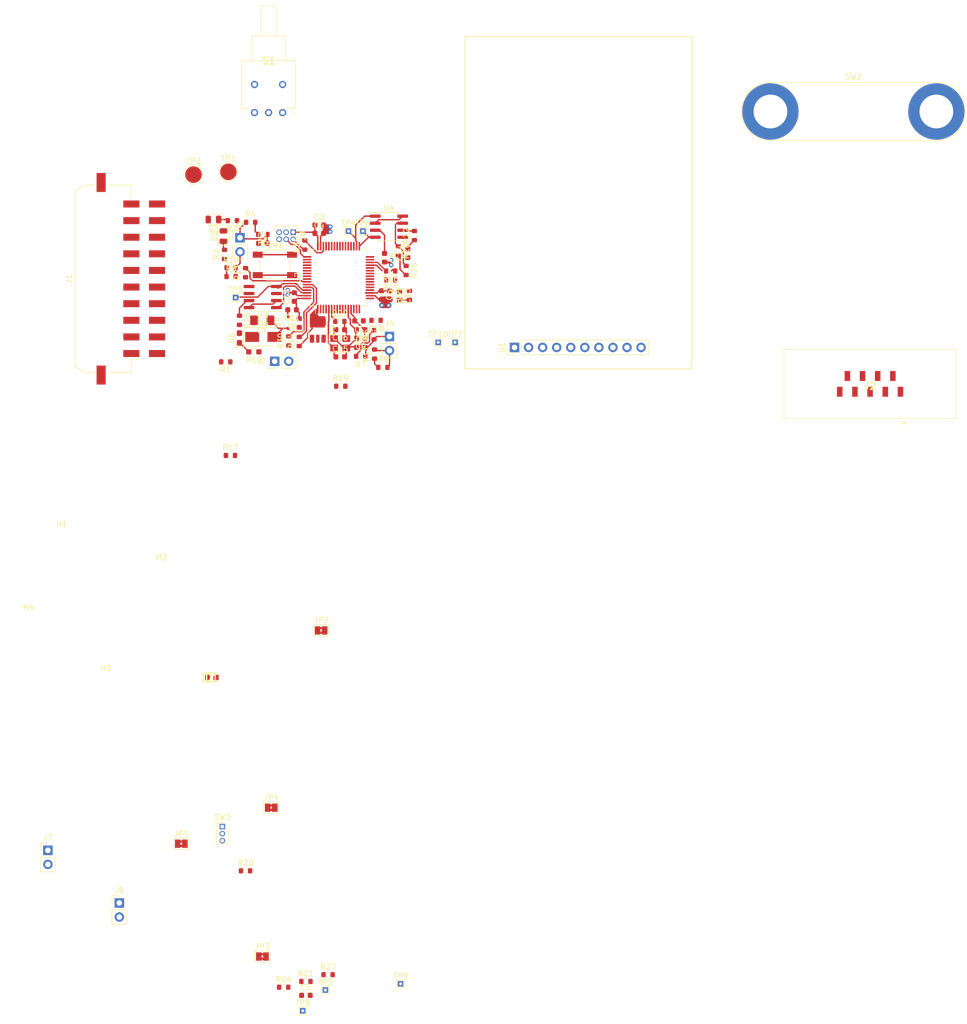
<source format=kicad_pcb>
(kicad_pcb (version 20211014) (generator pcbnew)
  (layers (0 "F.Cu" signal) (31 "B.Cu" signal) (34 "B.Paste" user) (35 "F.Paste" user) (36 "B.SilkS" user "B.Silkscreen") (37 "F.SilkS" user "F.Silkscreen") (38 "B.Mask" user) (39 "F.Mask" user) (44 "Edge.Cuts" user))
  (net 0 "")
  (net 1 "CAN_Shield")
  (net 2 "Net-(C1-Pad2)")
  (net 3 "Net-(C2-Pad2)")
  (net 4 "+3V3")
  (net 5 "+3.3VA")
  (net 6 "Net-(C13-Pad2)")
  (net 7 "Net-(C14-Pad2)")
  (net 8 "/MCU2/HSE_in")
  (net 9 "Net-(C16-Pad1)")
  (net 10 "/StandardizedVRMS/DIODE")
  (net 11 "/StandardizedVRMS/BUCK/V_in")
  (net 12 "Net-(D9-Pad4)")
  (net 13 "Net-(D9-Pad5)")
  (net 14 "Net-(D1-Pad1)")
  (net 15 "IMD_LED")
  (net 16 "Net-(D2-Pad1)")
  (net 17 "AMS_LED")
  (net 18 "Net-(D3-Pad1)")
  (net 19 "VCU_Wake")
  (net 20 "Net-(D9-Pad6)")
  (net 21 "Net-(D6-Pad1)")
  (net 22 "Net-(D8-Pad4)")
  (net 23 "+24V")
  (net 24 "Net-(D8-Pad6)")
  (net 25 "+12V")
  (net 27 "CAN1_L")
  (net 31 "CAN1_H")
  (net 34 "Net-(J3-Pad2)")
  (net 35 "Net-(J4-Pad2)")
  (net 36 "Shutdown_IN")
  (net 37 "Net-(J6-Pad2)")
  (net 38 "Net-(J7-Pad2)")
  (net 39 "Net-(J8-Pad2)")
  (net 41 "/MCU2/SWCLK")
  (net 43 "Net-(D8-Pad3)")
  (net 44 "Net-(D8-Pad1)")
  (net 45 "Net-(R30-Pad1)")
  (net 46 "/MCU2/CAN2_H")
  (net 47 "Net-(D7-Pad1)")
  (net 48 "/MCU2/CAN2_L")
  (net 52 "CAN2_L")
  (net 53 "CAN3_L")
  (net 54 "CAN2_H")
  (net 55 "CAN3_H")
  (net 56 "/MCU2/I2C1_SCL")
  (net 57 "/MCU2/I2C1_SDA")
  (net 58 "/MCU2/I2C2_SCL")
  (net 59 "/MCU2/I2C2_SDA")
  (net 60 "/MCU2/LED_B")
  (net 61 "/MCU2/LED_G")
  (net 62 "/MCU2/LED_R")
  (net 63 "/MCU2/HSE_out")
  (net 64 "/MCU2/BOOT0")
  (net 65 "/MCU2/SWDIO")
  (net 66 "+5V")
  (net 68 "/MCU2/CAN1_TX")
  (net 69 "/MCU2/CAN2_TX")
  (net 70 "/MCU2/CAN1_RX")
  (net 71 "/MCU2/CAN2_RX")
  (net 72 "/MCU2/PC13")
  (net 73 "/MCU2/PC14")
  (net 74 "/MCU2/PC15")
  (net 76 "/MCU2/PC0")
  (net 77 "/MCU2/PC1")
  (net 78 "/MCU2/PC2")
  (net 79 "/MCU2/PC3")
  (net 80 "/MCU2/PA3")
  (net 81 "/MCU2/PA4")
  (net 82 "SCK")
  (net 83 "/MCU2/SPI1_MISO")
  (net 84 "MOSI")
  (net 85 "/MCU2/PC4")
  (net 86 "/MCU2/PC5")
  (net 88 "/MCU2/PB2")
  (net 89 "/MCU2/PB14")
  (net 90 "/MCU2/PB15")
  (net 91 "/MCU2/PC6")
  (net 92 "/MCU2/PC7")
  (net 93 "/MCU2/PC8")
  (net 94 "/MCU2/PC9")
  (net 95 "/MCU2/PA8")
  (net 96 "/MCU2/PA9")
  (net 97 "/MCU2/PA10")
  (net 98 "/MCU2/USB_D-")
  (net 99 "/MCU2/USB_D+")
  (net 100 "/MCU2/PA14")
  (net 101 "/MCU2/SPI3_SCK")
  (net 102 "/MCU2/SPI3_MISO")
  (net 103 "/MCU2/SPI3_MOSI")
  (net 104 "/MCU2/PD2")
  (net 105 "/MCU2/PB3")
  (net 106 "/MCU2/PB4")
  (net 107 "/MCU2/PB5")
  (net 110 "Shutdown_OUT")
  (net 111 "TSCU_Rst")
  (net 113 "J1772_Prox")
  (net 114 "J1772_Pilot")
  (net 115 "Shutdown_CON")
  (net 116 "D{slash}C")
  (net 117 "CS")
  (net 119 "CAN4_H")
  (net 120 "CAN4_L")
  (footprint "Fuse:Fuse_1206_3216Metric_Pad1.42x1.75mm_HandSolder" (layer "F.Cu") (at 83.2 69.7 180)
    (fp_text reference "F1")
    (fp_text value "2A")
  )
  (footprint "Capacitor_SMD:C_0603_1608Metric" (layer "F.Cu") (at 105.3 58.4 -90)
    (fp_text reference "C8")
    (fp_text value "100n")
  )
  (footprint "Resistor_SMD:R_0603_1608Metric" (layer "F.Cu") (at 106.4 60.8 180)
    (fp_text reference "R16")
    (fp_text value "2k2")
  )
  (footprint "Button Switch:465031772505" (layer "F.Cu") (at 86.9 32.2 180)
    (fp_text reference "S1")
    (fp_text value "465031772505" hide)
  )
  (footprint "Resistor_SMD:R_0603_1608Metric" (layer "F.Cu") (at 88 73.425 90)
    (fp_text reference "R30")
    (fp_text value "10K")
  )
  (footprint "MountingHole:MountingHole_2.5mm" (layer "F.Cu") (at 41 125)
    (fp_text reference "H4")
    (fp_text value "MountingHole")
  )
  (footprint "TestPoint:TestPoint_Pad_D3.0mm" (layer "F.Cu") (at 70.8 43.4)
    (fp_text reference "TP2")
    (fp_text value "Prox")
  )
  (footprint "Connector_PinHeader_2.54mm:PinHeader_1x02_P2.54mm_Vertical" (layer "F.Cu") (at 79.2 54.8)
    (fp_text reference "J3")
    (fp_text value "Conn_01x02")
  )
  (footprint "Button_Switch_SMD:SW_SPST_SKQG_WithStem" (layer "F.Cu") (at 85.5 59.7)
    (fp_text reference "SW1")
    (fp_text value "SW_MEC_5G")
  )
  (footprint "Capacitor_SMD:C_0603_1608Metric" (layer "F.Cu") (at 89 65.5 90)
    (fp_text reference "C12")
    (fp_text value "0u1")
  )
  (footprint "Resistor_SMD:R_0603_1608Metric" (layer "F.Cu") (at 110.7 54.4 90)
    (fp_text reference "R22")
    (fp_text value "120")
  )
  (footprint "LED_SMD:LED_0805_2012Metric" (layer "F.Cu") (at 76.2 54.5 90)
    (fp_text reference "D2")
    (fp_text value "AMS")
  )
  (footprint "Jumper:SolderJumper-2_P1.3mm_Bridged2Bar_Pad1.0x1.5mm" (layer "F.Cu") (at 68.6 164.2)
    (fp_text reference "JP1")
    (fp_text value " ")
  )
  (footprint "Diode_SMD:D_SMA" (layer "F.Cu") (at 83.4 72.7)
    (fp_text reference "D5")
    (fp_text value "0.7dV")
  )
  (footprint "Capacitor_SMD:C_0603_1608Metric" (layer "F.Cu") (at 101.025 74.6)
    (fp_text reference "C2")
    (fp_text value "4.7n")
  )
  (footprint "Resistor_SMD:R_0603_1608Metric" (layer "F.Cu") (at 109.2 60.7 -90)
    (fp_text reference "R26")
    (fp_text value "120")
  )
  (footprint "Resistor_SMD:R_0603_1608Metric" (layer "F.Cu") (at 76.625 77.2 180)
    (fp_text reference "R1")
    (fp_text value "150")
  )
  (footprint "Connector_PinHeader_2.54mm:PinHeader_1x02_P2.54mm_Vertical" (layer "F.Cu") (at 106.2 72.625)
    (fp_text reference "J4")
    (fp_text value "Conn_01x02")
  )
  (footprint "Capacitor_SMD:C_0603_1608Metric" (layer "F.Cu") (at 91.1 191.58)
    (fp_text reference "C5")
    (fp_text value "100n")
  )
  (footprint "Resistor_SMD:R_0603_1608Metric" (layer "F.Cu") (at 109.8 65.2 90)
    (fp_text reference "R23")
    (fp_text value "120")
  )
  (footprint "TestPoint:TestPoint_THTPad_1.0x1.0mm_Drill0.5mm" (layer "F.Cu") (at 98.8 53.6)
    (fp_text reference "TP4")
    (fp_text value " ")
  )
  (footprint "Capacitor_SMD:C_0603_1608Metric" (layer "F.Cu") (at 101 71.4 180)
    (fp_text reference "C10")
    (fp_text value "10n")
  )
  (footprint "Connector_PinHeader_1.27mm:PinHeader_2x03_P1.27mm_Vertical" (layer "F.Cu") (at 88.8 53.8 -90)
    (fp_text reference "J8")
    (fp_text value "SWD")
  )
  (footprint "Package_SO:SOIC-8_3.9x4.9mm_P1.27mm" (layer "F.Cu") (at 106.1 52.8)
    (fp_text reference "U4")
    (fp_text value "SN65HVD230")
  )
  (footprint "Resistor_SMD:R_0603_1608Metric" (layer "F.Cu") (at 105 78.2)
    (fp_text reference "R9")
    (fp_text value "120")
  )
  (footprint "Resistor_SMD:R_0603_1608Metric" (layer "F.Cu") (at 101 76.2 180)
    (fp_text reference "R7")
    (fp_text value "120")
  )
  (footprint "Resistor_SMD:R_0603_1608Metric" (layer "F.Cu") (at 97.225 69.9)
    (fp_text reference "R29")
    (fp_text value "47")
  )
  (footprint "TestPoint:TestPoint_Pad_D3.0mm" (layer "F.Cu") (at 77.1 42.9)
    (fp_text reference "TP1")
    (fp_text value "Pilot")
  )
  (footprint "Dashboard_LED:LEDC1608X80N" (layer "F.Cu") (at 74.11 134.19)
    (fp_text reference "D1")
    (fp_text value "IMD" hide)
  )
  (footprint "Capacitor_SMD:C_0603_1608Metric" (layer "F.Cu") (at 93.5 52.5)
    (fp_text reference "C3")
    (fp_text value "4u7")
  )
  (footprint "Package_QFP:LQFP-64_10x10mm_P0.5mm" (layer "F.Cu") (at 97 62 90)
    (fp_text reference "U2")
    (fp_text value "STM32F105RCTx")
  )
  (footprint "Package_SO:SOIC-8_3.9x4.9mm_P1.27mm" (layer "F.Cu") (at 83.3 65.5 180)
    (fp_text reference "U3")
    (fp_text value "SN65HVD230")
  )
  (footprint "TestPoint:TestPoint_THTPad_1.0x1.0mm_Drill0.5mm" (layer "F.Cu") (at 78.4 65.6)
    (fp_text reference "TP5")
    (fp_text value " ")
  )
  (footprint "MountingHole:MountingHole_2.5mm" (layer "F.Cu") (at 47 110)
    (fp_text reference "H1")
    (fp_text value "MountingHole")
  )
  (footprint "Capacitor_SMD:C_0603_1608Metric" (layer "F.Cu") (at 88.6 67.8 180)
    (fp_text reference "C11")
    (fp_text value "0u1")
  )
  (footprint "Resistor_SMD:R_0603_1608Metric" (layer "F.Cu") (at 83.325 54.2 180)
    (fp_text reference "R6")
    (fp_text value "120")
  )
  (footprint "Resistor_SMD:R_0603_1608Metric" (layer "F.Cu") (at 79.1 69.7 -90)
    (fp_text reference "R25")
    (fp_text value "120")
  )
  (footprint "Inductor_SMD:L_0603_1608Metric" (layer "F.Cu") (at 100.6875 69.8 180)
    (fp_text reference "L1")
    (fp_text value "68n")
  )
  (footprint "Connector_PinHeader_1.27mm:PinHeader_1x03_P1.27mm_Vertical" (layer "F.Cu") (at 76.01 161.11)
    (fp_text reference "SW3")
    (fp_text value "SW_SPDT")
  )
  (footprint "Resistor_SMD:R_0603_1608Metric" (layer "F.Cu") (at 103.4 72.3 90)
    (fp_text reference "R5")
    (fp_text value "120")
  )
  (footprint "TestPoint:TestPoint_THTPad_1.0x1.0mm_Drill0.5mm" (layer "F.Cu") (at 114.995 73.68)
    (fp_text reference "TP10")
    (fp_text value " ")
  )
  (footprint "Capacitor_SMD:C_0603_1608Metric" (layer "F.Cu") (at 106.2625 65.2 -90)
    (fp_text reference "C7")
    (fp_text value "100n")
  )
  (footprint "KiCad:09551296822741" (layer "F.Cu") (at 193 81.175 180)
    (fp_text reference "J2")
    (fp_text value "09551296822741" hide)
  )
  (footprint "Resistor_SMD:R_0603_1608Metric" (layer "F.Cu") (at 76.4 57.8 90)
    (fp_text reference "R2")
    (fp_text value "150")
  )
  (footprint "Jumper:SolderJumper-2_P1.3mm_Bridged2Bar_Pad1.0x1.5mm" (layer "F.Cu") (at 84.85 157.7)
    (fp_text reference "JP4")
    (fp_text value " ")
  )
  (footprint "Capacitor_SMD:C_0603_1608Metric" (layer "F.Cu") (at 108 65.3 -90)
    (fp_text reference "C13")
    (fp_text value "4.7n")
  )
  (footprint "Capacitor_SMD:C_0603_1608Metric" (layer "F.Cu") (at 93.5 54)
    (fp_text reference "C4")
    (fp_text value "100n")
  )
  (footprint "Resistor_SMD:R_0603_1608Metric" (layer "F.Cu") (at 77.6 61.8)
    (fp_text reference "R8")
    (fp_text value "120")
  )
  (footprint "Capacitor_SMD:C_0603_1608Metric" (layer "F.Cu") (at 97.3 76.3)
    (fp_text reference "C15")
    (fp_text value "10p")
  )
  (footprint "LED_SMD:LED_0603_1608Metric" (layer "F.Cu") (at 89.9 70.1875 90)
    (fp_text reference "D7")
    (fp_text value "RED")
  )
  (footprint "Capacitor_SMD:C_0603_1608Metric" (layer "F.Cu") (at 101 73 180)
    (fp_text reference "C9")
    (fp_text value "1u")
  )
  (footprint "Resistor_SMD:R_0603_1608Metric" (layer "F.Cu") (at 106.4 62.4 180)
    (fp_text reference "R15")
    (fp_text value "2k2")
  )
  (footprint "Resistor_SMD:R_0603_1608Metric" (layer "F.Cu") (at 80.2 169.1)
    (fp_text reference "R20")
    (fp_text value "220")
  )
  (footprint "TestPoint:TestPoint_THTPad_1.0x1.0mm_Drill0.5mm" (layer "F.Cu") (at 90.53 194.36)
    (fp_text reference "TP8")
    (fp_text value " ")
  )
  (footprint "Resistor_SMD:R_0603_1608Metric" (layer "F.Cu") (at 89.9 73.525 90)
    (fp_text reference "R14")
    (fp_text value "2k2")
  )
  (footprint "Resistor_SMD:R_0603_1608Metric" (layer "F.Cu") (at 77.475 94.1)
    (fp_text reference "R17")
    (fp_text value "100")
  )
  (footprint "Diode_SMD:D_SOD-323" (layer "F.Cu") (at 87.9 70.1 90)
    (fp_text reference "D4")
    (fp_text value "32V")
  )
  (footprint "Capacitor_SMD:C_0603_1608Metric" (layer "F.Cu") (at 83.325 55.8)
    (fp_text reference "C1")
    (fp_text value "4.7n")
  )
  (footprint "TestPoint:TestPoint_THTPad_1.0x1.0mm_Drill0.5mm" (layer "F.Cu") (at 118.045 73.68)
    (fp_text reference "TP7")
    (fp_text value " ")
  )
  (footprint "TestPoint:TestPoint_THTPad_1.0x1.0mm_Drill0.5mm" (layer "F.Cu") (at 101.4 53.6)
    (fp_text reference "TP6")
    (fp_text value " ")
  )
  (footprint "LED_SMD:LED_0603_1608Metric_Pad1.05x0.95mm_HandSolder" (layer "F.Cu") (at 79.1 72.9 90)
    (fp_text reference "D6")
    (fp_text value "LED")
  )
  (footprint "TestPoint:TestPoint_THTPad_1.0x1.0mm_Drill0.5mm" (layer "F.Cu") (at 94.63 190.63)
    (fp_text reference "TP3")
    (fp_text value " ")
  )
  (footprint "Resistor_SMD:R_0603_1608Metric" (layer "F.Cu") (at 80.2 61.1 90)
    (fp_text reference "R13")
    (fp_text value "2k2")
  )
  (footprint "Resistor_SMD:R_0603_1608Metric" (layer "F.Cu") (at 90.9 56.125 90)
    (fp_text reference "R31")
    (fp_text value "22")
  )
  (footprint "LED_SMD:LED_0805_2012Metric" (layer "F.Cu") (at 74.4 51.5 180)
    (fp_text reference "D3")
    (fp_text value "VCU Wake")
  )
  (footprint "MountingHole:MountingHole_2.5mm" (layer "F.Cu") (at 55 136)
    (fp_text reference "H3")
    (fp_text value "MountingHole")
  )
  (footprint "Resistor_SMD:R_0603_1608Metric" (layer "F.Cu") (at 95.11 187.85)
    (fp_text reference "R27")
    (fp_text value "120")
  )
  (footprint "Resistor_SMD:R_0603_1608Metric" (layer "F.Cu") (at 103.5 75.8 90)
    (fp_text reference "R11")
    (fp_text value "120")
  )
  (footprint "TestPoint:TestPoint_THTPad_1.0x1.0mm_Drill0.5mm" (layer "F.Cu") (at 108.2 189.5)
    (fp_text reference "TP9")
    (fp_text value " ")
  )
  (footprint "Resistor_SMD:R_0603_1608Metric" (layer "F.Cu") (at 77.6 60.2)
    (fp_text reference "R10")
    (fp_text value "120")
  )
  (footprint "Resistor_SMD:R_0603_1608Metric" (layer "F.Cu") (at 107.8 57.2 -90)
    (fp_text reference "R28")
    (fp_text value "120")
  )
  (footprint "Connector_PinHeader_2.54mm:PinHeader_1x02_P2.54mm_Vertical" (layer "F.Cu") (at 44.5 165.4)
    (fp_text reference "J7")
    (fp_text value "Conn_01x02")
  )
  (footprint "Resistor_SMD:R_0603_1608Metric_Pad0.98x0.95mm_HandSolder" (layer "F.Cu") (at 81.7 75.4 180)
    (fp_text reference "R12")
    (fp_text value "470R")
  )
  (footprint "Crystal:Crystal_SMD_3225-4Pin_3.2x2.5mm" (layer "F.Cu") (at 97.3 73.85)
    (fp_text reference "Y1")
    (fp_text value "16MHz")
  )
  (footprint "Jumper:SolderJumper-2_P1.3mm_Bridged2Bar_Pad1.0x1.5mm" (layer "F.Cu") (at 93.85 125.7)
    (fp_text reference "JP2")
    (fp_text value " ")
  )
  (footprint "Connector_PinHeader_2.54mm:PinHeader_1x02_P2.54mm_Vertical" (layer "F.Cu") (at 85.46 77.1 90)
    (fp_text reference "J5")
    (fp_text value "Conn_01x02")
  )
  (footprint "Resistor_SMD:R_0603_1608Metric" (layer "F.Cu") (at 81.125 52)
    (fp_text reference "R4")
    (fp_text value "120")
  )
  (footprint "Resistor_SMD:R_0603_1608Metric" (layer "F.Cu") (at 91.1 189.07)
    (fp_text reference "R21")
    (fp_text value "120")
  )
  (footprint "Resistor_SMD:R_0603_1608Metric" (layer "F.Cu") (at 97.4 81.6)
    (fp_text reference "R19")
    (fp_text value "220")
  )
  (footprint "LED_SMD:LED_ROHM_SMLVN6" (layer "F.Cu") (at 93.25 71.5 -90)
    (fp_text reference "D9")
    (fp_text value "SMLVN6RGB")
  )
  (footprint "Connector_PinHeader_2.54mm:PinHeader_1x02_P2.54mm_Vertical" (layer "F.Cu") (at 57.4 174.9)
    (fp_text reference "J6")
    (fp_text value "Conn_01x02")
  )
  (footprint "Capacitor_SMD:C_0603_1608Metric" (layer "F.Cu") (at 97.3 71.4 180)
    (fp_text reference "C16")
    (fp_text value "10p")
  )
  (footprint "MountingHole:MountingHole_2.5mm" (layer "F.Cu") (at 65 116)
    (fp_text reference "H2")
    (fp_text value "MountingHole")
  )
  (footprint "Connector_PinHeader_2.54mm:PinHeader_1x10_P2.54mm_Vertical" (layer "F.Cu") (at 128.775 74.6 90)
    (fp_text reference "U1")
    (fp_text value "ILI9163C")
  )
  (footprint "Connector_Molex:Molex_Micro-Fit_3.0_43045-2010_2x10-1MP_P3.00mm_Horizontal" (layer "F.Cu") (at 61.9 62.2 90)
    (fp_text reference "J1")
    (fp_text value "Conn_01x20")
  )
  (footprint "Capacitor_SMD:C_0603_1608Metric" (layer "F.Cu") (at 104.7625 65.15 -90)
    (fp_text reference "C6")
    (fp_text value "100n")
  )
  (footprint "Connector:Banana_Jack_2Pin" (layer "F.Cu") (at 175 32)
    (fp_text reference "SW2")
    (fp_text value "SW_DIP_x01")
  )
  (footprint "Resistor_SMD:R_0603_1608Metric" (layer "F.Cu") (at 103.775 69.7 180)
    (fp_text reference "R18")
    (fp_text value "220")
  )
  (footprint "Resistor_SMD:R_0603_1608Metric" (layer "F.Cu") (at 77.825 51.7 180)
    (fp_text reference "R3")
    (fp_text value "500")
  )
  (footprint "Capacitor_SMD:C_0603_1608Metric" (layer "F.Cu") (at 109.5 57.6 90)
    (fp_text reference "C14")
    (fp_text value "4.7n")
  )
  (footprint "Resistor_SMD:R_0603_1608Metric" (layer "F.Cu") (at 87.09 190.11)
    (fp_text reference "R24")
    (fp_text value "120")
  )
  (footprint "Jumper:SolderJumper-2_P1.3mm_Bridged2Bar_Pad1.0x1.5mm" (layer "F.Cu") (at 83.25 184.57)
    (fp_text reference "JP3")
    (fp_text value " ")
  )
  (gr_rect (start 119.8 18.5) (end 160.8 78.5) (layer "F.SilkS") (width 0.15) (fill none))
  (segment (start 100.1 72.85) (end 100.15 72.9) (width 0.25) (layer "F.Cu") (net 1))
  (segment (start 94.275 54) (end 94.3 54) (width 0.25) (layer "F.Cu") (net 1))
  (segment (start 105.3 59.175) (end 106.15 59.175) (width 0.25) (layer "F.Cu") (net 1))
  (segment (start 96.2 73) (end 96.3 73) (width 0.25) (layer "F.Cu") (net 1))
  (segment (start 105.5375 66.3) (end 105.5375 65.9) (width 1) (layer "F.Cu") (net 1))
  (segment (start 103.625 52.165) (end 104.25 51.54) (width 0.25) (layer "F.Cu") (net 1))
  (segment (start 103.563604 65.25) (end 104.238604 65.925) (width 0.25) (layer "F.Cu") (net 1))
  (segment (start 94.3 54) (end 94.65 53.65) (width 0.25) (layer "F.Cu") (net 1))
  (segment (start 98.75 68.515685) (end 98.75 67.675) (width 0.25) (layer "F.Cu") (net 1))
  (segment (start 93.75 54.525) (end 94.275 54) (width 0.25) (layer "F.Cu") (net 1))
  (segment (start 95.5 53.7) (end 95.475 53.7) (width 0.25) (layer "F.Cu") (net 1))
  (segment (start 106.2625 65.9) (end 105.5375 65.9) (width 1) (layer "F.Cu") (net 1))
  (segment (start 89 64.725) (end 88.275 64.725) (width 0.25) (layer "F.Cu") (net 1))
  (segment (start 95.2 52.5) (end 95.5 52.8) (width 0.25) (layer "F.Cu") (net 1))
  (segment (start 95.2 54) (end 95.1 54) (width 0.25) (layer "F.Cu") (net 1))
  (segment (start 95.5 53.7) (end 95.5 53.2) (width 0.25) (layer "F.Cu") (net 1))
  (segment (start 96.3 73) (end 98 74.7) (width 0.25) (layer "F.Cu") (net 1))
  (segment (start 95.475 53.7) (end 95 53.7) (width 0.25) (layer "F.Cu") (net 1))
  (segment (start 89 64.725) (end 88.175 64.725) (width 0.25) (layer "F.Cu") (net 1))
  (segment (start 95.475 53.7) (end 94.6875 52.9125) (width 0.5) (layer "F.Cu") (net 1))
  (segment (start 95.1 53.8) (end 94.85 53.55) (width 0.25) (layer "F.Cu") (net 1))
  (segment (start 94.85 53.55) (end 94.85 53.45) (width 0.25) (layer "F.Cu") (net 1))
  (segment (start 106.15 59.175) (end 106.5 58.825) (width 0.25) (layer "F.Cu") (net 1))
  (segment (start 94.275 54) (end 95.2 54) (width 0.25) (layer "F.Cu") (net 1))
  (segment (start 94.275 52.5) (end 94.275 53.175) (width 0.25) (layer "F.Cu") (net 1))
  (segment (start 106.3 59.525) (end 106.3 59.025) (width 0.25) (layer "F.Cu") (net 1))
  (segment (start 88 64.45) (end 87.8 64.25) (width 0.25) (layer "F.Cu") (net 1))
  (segment (start 98.4 74.7) (end 98.4 75.975) (width 0.25) (layer "F.Cu") (net 1))
  (segment (start 104.7875 65.9) (end 104.7625 65.925) (width 0.25) (layer "F.Cu") (net 1))
  (segment (start 94.475 53.8) (end 94.275 54) (width 0.25) (layer "F.Cu") (net 1))
  (segment (start 94.7 54) (end 94.275 54) (width 0.25) (layer "F.Cu") (net 1))
  (segment (start 99.1375 69.520038) (end 99.1375 70.4375) (width 0.25) (layer "F.Cu") (net 1))
  (segment (start 105.3 59.175) (end 106.35 59.175) (width 0.25) (layer "F.Cu") (net 1))
  (segment (start 96.2 71.725) (end 96.525 71.4) (width 0.25) (layer "F.Cu") (net 1))
  (segment (start 94.275 52.5) (end 94.5 52.725) (width 0.25) (layer "F.Cu") (net 1))
  (segment (start 95.5 53.2) (end 95 52.7) (width 0.25) (layer "F.Cu") (net 1))
  (segment (start 94.275 53.325) (end 94.275 54) (width 0.25) (layer "F.Cu") (net 1))
  (segment (start 106.5 59.725) (end 106.3 59.525) (width 0.25) (layer "F.Cu") (net 1))
  (segment (start 98.4 75.975) (end 98.075 76.3) (width 0.25) (layer "F.Cu") (net 1))
  (segment (start 82.7 61.55) (end 88.9 61.55) (width 0.25) (layer "F.Cu") (net 1))
  (segment (start 106.5 59.725) (end 106.5 59.325) (width 0.25) (layer "F.Cu") (net 1))
  (segment (start 102.675 65.25) (end 103.563604 65.25) (width 0.25) (layer "F.Cu") (net 1))
  (segment (start 98.75 69.132538) (end 99.1375 69.520038) (width 0.25) (layer "F.Cu") (net 1))
  (segment (start 100.1 71.4) (end 100.1 72.85) (width 0.25) (layer "F.Cu") (net 1))
  (segment (start 94.5 52.725) (end 94.5 53.1) (width 0.25) (layer "F.Cu") (net 1))
  (segment (start 94.4 53.5) (end 94.6875 53.2125) (width 0.25) (layer "F.Cu") (net 1))
  (segment (start 104.8375 67) (end 106.0375 67) (width 1) (layer "F.Cu") (net 1))
  (segment (start 85.13 66.78) (end 85.775 66.135) (width 0.25) (layer "F.Cu") (net 1))
  (segment (start 106.1 59.325) (end 105.45 59.325) (width 0.25) (layer "F.Cu") (net 1))
  (segment (start 95.1 54) (end 94.7 54) (width 0.25) (layer "F.Cu") (net 1))
  (segment (start 95 52.7) (end 95.4 52.7) (width 0.25) (layer "F.Cu") (net 1))
  (segment (start 94.65 53.65) (end 94.85 53.45) (width 0.5) (layer "F.Cu") (net 1))
  (segment (start 98.5 74.7) (end 100.15 73.05) (width 0.25) (layer "F.Cu") (net 1))
  (segment (start 95.2 54) (end 95.5 53.7) (width 0.25) (layer "F.Cu") (net 1))
  (segment (start 98 74.7) (end 98.4 74.7) (width 0.25) (layer "F.Cu") (net 1))
  (segment (start 89 64.725) (end 89.525 65.25) (width 0.25) (layer "F.Cu") (net 1))
  (segment (start 95 53.7) (end 94.7 54) (width 0.25) (layer "F.Cu") (net 1))
  (segment (start 88.15 64.6) (end 87.8 64.6) (width 0.25) (layer "F.Cu") (net 1))
  (segment (start 94.5 53.1) (end 94.8 52.8) (width 0.25) (layer "F.Cu") (net 1))
  (segment (start 94.95 53.175) (end 94.95 52.85) (width 0.25) (layer "F.Cu") (net 1))
  (segment (start 88.275 64.725) (end 88.15 64.6) (width 0.25) (layer "F.Cu") (net 1))
  (segment (start 87.825 68.975) (end 87.9 69.05) (width 0.25) (layer "F.Cu") (net 1))
  (segment (start 106.35 59.175) (end 106.5 59.325) (width 0.25) (layer "F.Cu") (net 1))
  (segment (start 106.2625 65.9) (end 104.7875 65.9) (width 1) (layer "F.Cu") (net 1))
  (segment (start 104.238604 65.925) (end 104.7625 65.925) (width 0.25) (layer "F.Cu") (net 1))
  (segment (start 94.275 53.175) (end 95.1 54) (width 0.25) (layer "F.Cu") (net 1))
  (segment (start 95.475 53.7) (end 95.2 53.7) (width 0.25) (layer "F.Cu") (net 1))
  (segment (start 94.8 52.8) (end 94.8 52.7) (width 0.25) (layer "F.Cu") (net 1))
  (segment (start 105.55 59.425) (end 105.3 59.175) (width 0.25) (layer "F.Cu") (net 1))
  (segment (start 104.8375 67) (end 105.5375 66.3) (width 1) (layer "F.Cu") (net 1))
  (segment (start 106.0375 67) (end 105.5375 66.5) (width 1) (layer "F.Cu") (net 1))
  (segment (start 105.45 59.325) (end 105.3 59.175) (width 0.25) (layer "F.Cu") (net 1))
  (segment (start 94.275 52.5) (end 94.275 53.225) (width 0.25) (layer "F.Cu") (net 1))
  (segment (start 89.525 65.25) (end 91.325 65.25) (width 0.25) (layer "F.Cu") (net 1))
  (segment (start 88.175 64.725) (end 87.8 65.1) (width 0.25) (layer "F.Cu") (net 1))
  (segment (start 96.2 73) (end 96.2 71.725) (width 0.25) (layer "F.Cu") (net 1))
  (segment (start 94.85 53.45) (end 95.1 53.2) (width 0.5) (layer "F.Cu") (net 1))
  (segment (start 104.25 51.54) (end 107.93 51.54) (width 0.25) (layer "F.Cu") (net 1))
  (segment (start 94.275 52.5) (end 95.2 52.5) (width 0.25) (layer "F.Cu") (net 1))
  (segment (start 106.5 59.325) (end 106.5 58.825) (width 0.25) (layer "F.Cu") (net 1))
  (segment (start 87.8 64.6) (end 87.8 65.1) (width 0.25) (layer "F.Cu") (net 1))
  (segment (start 95.2 53.7) (end 95.1 53.8) (width 0.25) (layer "F.Cu") (net 1))
  (segment (start 88.275 64.725) (end 87.8 64.25) (width 0.25) (layer "F.Cu") (net 1))
  (segment (start 94.8 52.7) (end 94.95 52.85) (width 0.25) (layer "F.Cu") (net 1))
  (segment (start 93.75 56.325) (end 93.75 54.525) (width 0.25) (layer "F.Cu") (net 1))
  (segment (start 95.1 53.2) (end 95.5 52.8) (width 0.5) (layer "F.Cu") (net 1))
  (segment (start 100.15 73.05) (end 100.15 72.9) (width 0.25) (layer "F.Cu") (net 1))
  (segment (start 105.5375 66.5) (end 105.5375 65.9) (width 1) (layer "F.Cu") (net 1))
  (segment (start 99.1375 70.4375) (end 100.1 71.4) (width 0.25) (layer "F.Cu") (net 1))
  (segment (start 98.75 68.515685) (end 98.75 69.132538) (width 0.25) (layer "F.Cu") (net 1))
  (segment (start 94.275 53.225) (end 94.275 53.325) (width 0.25) (layer "F.Cu") (net 1))
  (segment (start 94.275 53.375) (end 94.4 53.5) (width 0.25) (layer "F.Cu") (net 1))
  (segment (start 106.3 59.025) (end 106.5 58.825) (width 0.25) (layer "F.Cu") (net 1))
  (segment (start 95.4 52.7) (end 95.5 52.8) (width 0.25) (layer "F.Cu") (net 1))
  (segment (start 98.4 74.7) (end 98.5 74.7) (width 0.25) (layer "F.Cu") (net 1))
  (segment (start 95.475 53.7) (end 94.95 53.175) (width 0.25) (layer "F.Cu") (net 1))
  (segment (start 107.93 51.54) (end 108.575 50.895) (width 0.25) (layer "F.Cu") (net 1))
  (segment (start 94.275 52.5) (end 94.275 53.375) (width 0.25) (layer "F.Cu") (net 1))
  (segment (start 87.825 67.8) (end 87.825 68.975) (width 0.25) (layer "F.Cu") (net 1))
  (segment (start 94.95 52.85) (end 95.1 53) (width 0.25) (layer "F.Cu") (net 1))
  (segment (start 98.6 74.5) (end 98.4 74.7) (width 0.25) (layer "F.Cu") (net 1))
  (segment (start 106.5 59.725) (end 106.1 59.325) (width 0.25) (layer "F.Cu") (net 1))
  (segment (start 94.6875 53.2125) (end 94.6875 52.9125) (width 0.25) (layer "F.Cu") (net 1))
  (segment (start 95.1 53) (end 95.1 53.2) (width 0.25) (layer "F.Cu") (net 1))
  (segment (start 87.8 65.1) (end 88 64.9) (width 0.25) (layer "F.Cu") (net 1))
  (segment (start 106.1 59.225) (end 106.5 58.825) (width 0.25) (layer "F.Cu") (net 1))
  (segment (start 87.8 64.25) (end 87.8 64.6) (width 0.25) (layer "F.Cu") (net 1))
  (segment (start 100.25 74.5) (end 98.6 74.5) (width 0.25) (layer "F.Cu") (net 1))
  (segment (start 81.45 66.78) (end 85.13 66.78) (width 0.25) (layer "F.Cu") (net 1))
  (segment (start 80.825 67.405) (end 81.45 66.78) (width 0.25) (layer "F.Cu") (net 1))
  (segment (start 88 64.9) (end 88 64.45) (width 0.25) (layer "F.Cu") (net 1))
  (via (at 106.5 58.825) (size 0.8) (drill 0.4) (layers "F.Cu" "B.Cu") (net 1))
  (via (at 87.8 64.25) (size 0.8) (drill 0.4) (layers "F.Cu" "B.Cu") (net 1))
  (via (at 104.8375 67) (size 0.8) (drill 0.4) (layers "F.Cu" "B.Cu") (net 1))
  (via (at 87.8 65.1) (size 0.8) (drill 0.4) (layers "F.Cu" "B.Cu") (net 1))
  (via (at 95.5 52.8) (size 0.8) (drill 0.4) (layers "F.Cu" "B.Cu") (net 1))
  (via (at 106.5 59.725) (size 0.8) (drill 0.4) (layers "F.Cu" "B.Cu") (net 1))
  (via (at 106.0375 67) (size 0.8) (drill 0.4) (layers "F.Cu" "B.Cu") (net 1))
  (via (at 95.5 53.7) (size 0.8) (drill 0.4) (layers "F.Cu" "B.Cu") (net 1))
  (segment (start 79.2 53.1) (end 79.2 54.8) (width 0.25) (layer "F.Cu") (net 2))
  (segment (start 84.1 54.25) (end 84.15 54.2) (width 0.25) (layer "F.Cu") (net 2))
  (segment (start 83.35 55) (end 84.15 54.2) (width 0.25) (layer "F.Cu") (net 2))
  (segment (start 84.1 55.8) (end 84.1 54.25) (width 0.25) (layer "F.Cu") (net 2))
  (segment (start 80.3 52) (end 79.2 53.1) (width 0.25) (layer "F.Cu") (net 2))
  (segment (start 79.4 55) (end 83.35 55) (width 0.25) (layer "F.Cu") (net 2))
  (segment (start 79.2 54.8) (end 79.4 55) (width 0.25) (layer "F.Cu") (net 2))
  (segment (start 101.9 76.2) (end 101.9 74.6) (width 0.25) (layer "F.Cu") (net 3))
  (segment (start 101.9 74.6) (end 101.8 74.5) (width 0.25) (layer "F.Cu") (net 3))
  (segment (start 101.8 74.5) (end 102.3 74.5) (width 0.25) (layer "F.Cu") (net 3))
  (segment (start 103.4 73.125) (end 103.9 72.625) (width 0.25) (layer "F.Cu") (net 3))
  (segment (start 101.8 74.5) (end 101.8 74.6) (width 0.25) (layer "F.Cu") (net 3))
  (segment (start 103.9 72.625) (end 106.2 72.625) (width 0.25) (layer "F.Cu") (net 3))
  (segment (start 103.4 73.4) (end 103.4 73.125) (width 0.25) (layer "F.Cu") (net 3))
  (segment (start 102.3 74.5) (end 103.4 73.4) (width 0.25) (layer "F.Cu") (net 3))
  (segment (start 93.1 69) (end 93.1 67.825) (width 0.25) (layer "F.Cu") (net 4))
  (segment (start 103.625 53.435) (end 104.435 53.435) (width 0.25) (layer "F.Cu") (net 4))
  (segment (start 93.25 54.525) (end 92.725 54) (width 0.25) (layer "F.Cu") (net 4))
  (segment (start 103.95 64.75) (end 104.325 64.375) (width 0.25) (layer "F.Cu") (net 4))
  (segment (start 104.435 53.435) (end 105.3 54.3) (width 0.25) (layer "F.Cu") (net 4))
  (segment (start 89.525 65.75) (end 89 66.275) (width 0.25) (layer "F.Cu") (net 4))
  (segment (start 89.9 69.4) (end 89.9 68.325) (width 0.25) (layer "F.Cu") (net 4))
  (segment (start 101.475 69.8) (end 101.475 69.9) (width 0.25) (layer "F.Cu") (net 4))
  (segment (start 101.65 70.075) (end 101.475 69.9) (width 0.25) (layer "F.Cu") (net 4))
  (segment (start 93.25 56.325) (end 93.25 54.525) (width 0.25) (layer "F.Cu") (net 4))
  (segment (start 92.525 53.8) (end 92.725 54) (width 0.25) (layer "F.Cu") (net 4))
  (segment (start 91.325 65.75) (end 89.525 65.75) (width 0.25) (layer "F.Cu") (net 4))
  (segment (start 104.325 64.375) (end 104.7625 64.375) (width 0.25) (layer "F.Cu") (net 4))
  (segment (start 101.834315 64.75) (end 102.675 64.75) (width 0.25) (layer "F.Cu") (net 4))
  (segment (start 93.1 67.825) (end 93.25 67.675) (width 0.25) (layer "F.Cu") (net 4))
  (segment (start 104.7625 64.375) (end 106.2375 64.375) (width 0.25) (layer "F.Cu") (net 4))
  (segment (start 89.375 67.8) (end 89.375 66.65) (width 0.25) (layer "F.Cu") (net 4))
  (segment (start 89.375 66.65) (end 89 66.275) (width 0.25) (layer "F.Cu") (net 4))
  (segment (start 106.2375 64.375) (end 106.2625 64.35) (width 0.25) (layer "F.Cu") (net 4))
  (segment (start 91.4 72.85) (end 91.4 72.067875) (width 0.25) (layer "F.Cu") (net 4))
  (segment (start 92.725 54) (end 92.725 52.5) (width 0.25) (layer "F.Cu") (net 4))
  (segment (start 88.8 53.8) (end 92.525 53.8) (width 0.25) (layer "F.Cu") (net 4))
  (segment (start 101.475 69.8) (end 101.575 69.7) (width 0.25) (layer "F.Cu") (net 4))
  (segment (start 89.9 74.35) (end 91.4 72.85) (width 0.25) (layer "F.Cu") (net 4))
  (segment (start 89.9 68.325) (end 89.375 67.8) (width 0.25) (layer "F.Cu") (net 4))
  (segment (start 92.2 71.267875) (end 92.2 69.975) (width 0.25) (layer "F.Cu") (net 4))
  (segment (start 91.4 72.067875) (end 92.2 71.267875) (width 0.25) (layer "F.Cu") (net 4))
  (segment (start 106.525 60.8) (end 106.825 60.5) (width 0.25) (layer "F.Cu") (net 4))
  (segment (start 105.3 54.3) (end 105.3 57.3) (width 0.25) (layer "F.Cu") (net 4))
  (segment (start 102.675 64.75) (end 103.95 64.75) (width 0.25) (layer "F.Cu") (net 4))
  (segment (start 99.9 69.9) (end 99.9 69.165685) (width 0.25) (layer "F.Cu") (net 5))
  (segment (start 99.25 68.515685) (end 99.25 67.675) (width 0.25) (layer "F.Cu") (net 5))
  (segment (start 101.7 71.45) (end 101.65 71.4) (width 0.25) (layer "F.Cu") (net 5))
  (segment (start 100.15 69.9) (end 101.65 71.4) (width 0.25) (layer "F.Cu") (net 5))
  (segment (start 101.7 72.9) (end 101.7 71.45) (width 0.25) (layer "F.Cu") (net 5))
  (segment (start 99.9 69.9) (end 100.15 69.9) (width 0.25) (layer "F.Cu") (net 5))
  (segment (start 99.9 69.165685) (end 99.25 68.515685) (width 0.25) (layer "F.Cu") (net 5))
  (segment (start 108.05 66.025) (end 108 66.075) (width 0.25) (layer "F.Cu") (net 6))
  (segment (start 109.8 66.025) (end 108.05 66.025) (width 0.25) (layer "F.Cu") (net 6))
  (segment (start 109.5 56.825) (end 109.5 56.425) (width 0.25) (layer "F.Cu") (net 7))
  (segment (start 109.5 56.425) (end 110.7 55.225) (width 0.25) (layer "F.Cu") (net 7))
  (segment (start 95.175 69.925) (end 95.25 69.85) (width 0.25) (layer "F.Cu") (net 8))
  (segment (start 96.1 74.7) (end 95.175 73.775) (width 0.25) (layer "F.Cu") (net 8))
  (segment (start 95.25 69.85) (end 95.25 67.675) (width 0.25) (layer "F.Cu") (net 8))
  (segment (start 96.2 74.7) (end 96.1 74.7) (width 0.25) (layer "F.Cu") (net 8))
  (segment (start 96.2 74.7) (end 96.2 75.975) (width 0.25) (layer "F.Cu") (net 8))
  (segment (start 96.2 75.975) (end 96.525 76.3) (width 0.25) (layer "F.Cu") (net 8))
  (segment (start 95.175 73.775) (end 95.175 69.925) (width 0.25) (layer "F.Cu") (net 8))
  (segment (start 98.4 73) (end 98.4 71.725) (width 0.25) (layer "F.Cu") (net 9))
  (segment (start 98.075 71.4) (end 98.075 70.125) (width 0.25) (layer "F.Cu") (net 9))
  (segment (start 98.075 70.125) (end 98.3 69.9) (width 0.25) (layer "F.Cu") (net 9))
  (segment (start 98.4 71.725) (end 98.075 71.4) (width 0.25) (layer "F.Cu") (net 9))
  (segment (start 86.1375 71.15) (end 87.9 71.15) (width 0.25) (layer "F.Cu") (net 10))
  (segment (start 85.4 72.7) (end 86.95 71.15) (width 0.25) (layer "F.Cu") (net 10))
  (segment (start 84.6875 69.7) (end 86.1375 71.15) (width 0.25) (layer "F.Cu") (net 10))
  (segment (start 86.95 71.15) (end 87.9 71.15) (width 0.25) (layer "F.Cu") (net 10))
  (segment (start 76.2 56.775) (end 76.4 56.975) (width 0.25) (layer "F.Cu") (net 16))
  (segment (start 76.2 55.4375) (end 76.2 56.775) (width 0.25) (layer "F.Cu") (net 16))
  (segment (start 75.3375 51.5) (end 76.8 51.5) (width 0.25) (layer "F.Cu") (net 18))
  (segment (start 76.8 51.5) (end 77 51.7) (width 0.25) (layer "F.Cu") (net 18))
  (segment (start 79.1625 73.775) (end 80.7875 75.4) (width 0.25) (layer "F.Cu") (net 21))
  (segment (start 79.1 73.775) (end 79.1625 73.775) (width 0.25) (layer "F.Cu") (net 21))
  (segment (start 79.1 68.875) (end 79.1 67.483249) (width 0.25) (layer "F.Cu") (net 24))
  (segment (start 80.448249 66.135) (end 80.825 66.135) (width 0.25) (layer "F.Cu") (net 24))
  (segment (start 79.1 67.483249) (end 80.448249 66.135) (width 0.25) (layer "F.Cu") (net 24))
  (segment (start 79.2 59.425) (end 79.2 57.34) (width 0.25) (layer "F.Cu") (net 34))
  (segment (start 78.425 61.8) (end 78.425 60.2) (width 0.25) (layer "F.Cu") (net 34))
  (segment (start 78.425 60.2) (end 79.2 59.425) (width 0.25) (layer "F.Cu") (net 34))
  (segment (start 103.69 75.165) (end 106.2 75.165) (width 0.25) (layer "F.Cu") (net 35))
  (segment (start 106.2 77.825) (end 106.2 75.165) (width 0.25) (layer "F.Cu") (net 35))
  (segment (start 103.5 74.975) (end 103.69 75.165) (width 0.25) (layer "F.Cu") (net 35))
  (segment (start 105.825 78.2) (end 106.2 77.825) (width 0.25) (layer "F.Cu") (net 35))
  (segment (start 109.2 61.525) (end 109.125 61.525) (width 0.25) (layer "F.Cu") (net 38))
  (segment (start 108.1 60.5) (end 108.1 58.325) (width 0.25) (layer "F.Cu") (net 38))
  (segment (start 109.125 61.525) (end 108.1 60.5) (width 0.25) (layer "F.Cu") (net 38))
  (segment (start 108.1 58.325) (end 107.8 58.025) (width 0.25) (layer "F.Cu") (net 38))
  (segment (start 90.68 56.95) (end 90.9 56.95) (width 0.25) (layer "F.Cu") (net 39))
  (segment (start 88.8 55.07) (end 90.68 56.95) (width 0.25) (layer "F.Cu") (net 39))
  (segment (start 87.53 55.07) (end 88.463198 56.003198) (width 0.25) (layer "F.Cu") (net 41))
  (segment (start 90.1 57.6) (end 90.75 58.25) (width 0.25) (layer "F.Cu") (net 41))
  (segment (start 87.53 55.07) (end 87.633273 55.07) (width 0.25) (layer "F.Cu") (net 41))
  (segment (start 89.096802 56.003198) (end 90.1 57.006396) (width 0.25) (layer "F.Cu") (net 41))
  (segment (start 90.75 58.25) (end 91.325 58.25) (width 0.25) (layer "F.Cu") (net 41))
  (segment (start 88.463198 56.003198) (end 89.096802 56.003198) (width 0.25) (layer "F.Cu") (net 41))
  (segment (start 90.1 57.006396) (end 90.1 57.6) (width 0.25) (layer "F.Cu") (net 41))
  (segment (start 108.7 57.275) (end 108.7 59.375) (width 0.25) (layer "F.Cu") (net 43))
  (segment (start 108.7 59.375) (end 109.2 59.875) (width 0.25) (layer "F.Cu") (net 43))
  (segment (start 107.275 52.425) (end 107.535 52.165) (width 0.25) (layer "F.Cu") (net 43))
  (segment (start 107.275 55.85) (end 107.275 52.425) (width 0.25) (layer "F.Cu") (net 43))
  (segment (start 107.535 52.165) (end 108.575 52.165) (width 0.25) (layer "F.Cu") (net 43))
  (segment (start 107.8 56.375) (end 108.7 57.275) (width 0.25) (layer "F.Cu") (net 43))
  (segment (start 107.8 56.375) (end 107.275 55.85) (width 0.25) (layer "F.Cu") (net 43))
  (segment (start 110.7 53.575) (end 108.715 53.575) (width 0.25) (layer "F.Cu") (net 44))
  (segment (start 108.715 53.575) (end 108.575 53.435) (width 0.25) (layer "F.Cu") (net 44))
  (segment (start 81.95 52) (end 81.95 53.65) (width 0.25) (layer "F.Cu") (net 52))
  (segment (start 81.95 53.65) (end 82.5 54.2) (width 0.25) (layer "F.Cu") (net 52))
  (segment (start 102.305698 73.794302) (end 102.6 73.5) (width 0.25) (layer "F.Cu") (net 53))
  (segment (start 101.025 75.077817) (end 101.025 74.122183) (width 0.25) (layer "F.Cu") (net 53))
  (segment (start 101.025 74.122183) (end 101.347183 73.8) (width 0.25) (layer "F.Cu") (net 53))
  (segment (start 102.6 72.275) (end 103.4 71.475) (width 0.25) (layer "F.Cu") (net 53))
  (segment (start 102.6 73.5) (end 102.6 72.275) (width 0.25) (layer "F.Cu") (net 53))
  (segment (start 102.088604 73.8) (end 102.094302 73.794302) (width 0.25) (layer "F.Cu") (net 53))
  (segment (start 102.094302 73.794302) (end 102.305698 73.794302) (width 0.25) (layer "F.Cu") (net 53))
  (segment (start 100.175 76.2) (end 100.175 75.927817) (width 0.25) (layer "F.Cu") (net 53))
  (segment (start 101.347183 73.8) (end 102.088604 73.8) (width 0.25) (layer "F.Cu") (net 53))
  (segment (start 100.175 75.927817) (end 101.025 75.077817) (width 0.25) (layer "F.Cu") (net 53))
  (segment (start 76.775 60.2) (end 76.775 61.8) (width 0.25) (layer "F.Cu") (net 54))
  (segment (start 103.5 77.525) (end 104.175 78.2) (width 0.25) (layer "F.Cu") (net 55))
  (segment (start 103.5 76.625) (end 103.5 77.525) (width 0.25) (layer "F.Cu") (net 55))
  (segment (start 80.2 60.275) (end 81 61.075) (width 0.25) (layer "F.Cu") (net 56))
  (segment (start 81 62.1) (end 81.465685 62.565685) (width 0.25) (layer "F.Cu") (net 56))
  (segment (start 90.484315 62.75) (end 91.325 62.75) (width 0.25) (layer "F.Cu") (net 56))
  (segment (start 81 61.075) (end 81 62.1) (width 0.25) (layer "F.Cu") (net 56))
  (segment (start 90.3 62.565685) (end 90.484315 62.75) (width 0.25) (layer "F.Cu") (net 56))
  (segment (start 81.465685 62.565685) (end 90.3 62.565685) (width 0.25) (layer "F.Cu") (net 56))
  (segment (start 91.2 68.384315) (end 91.2 71.631479) (width 0.25) (layer "F.Cu") (net 57))
  (segment (start 92.302081 63.25) (end 93 63.947919) (width 0.25) (layer "F.Cu") (net 57))
  (segment (start 93 63.947919) (end 93 66.584315) (width 0.25) (layer "F.Cu") (net 57))
  (segment (start 91.325 63.25) (end 92.302081 63.25) (width 0.25) (layer "F.Cu") (net 57))
  (segment (start 93 66.584315) (end 91.2 68.384315) (width 0.25) (layer "F.Cu") (net 57))
  (segment (start 91.2 71.631479) (end 90.131479 72.7) (width 0.25) (layer "F.Cu") (net 57))
  (segment (start 90.131479 72.7) (end 89.9 72.7) (width 0.25) (layer "F.Cu") (net 57))
  (segment (start 103.85 59.75) (end 104.85 60.75) (width 0.25) (layer "F.Cu") (net 58))
  (segment (start 102.675 59.75) (end 103.85 59.75) (width 0.25) (layer "F.Cu") (net 58))
  (segment (start 102.675 59.75) (end 103.55 59.75) (width 0.25) (layer "F.Cu") (net 58))
  (segment (start 102.675 59.25) (end 104.025 59.25) (width 0.25) (layer "F.Cu") (net 59))
  (segment (start 104.025 59.25) (end 105.575 60.8) (width 0.25) (layer "F.Cu") (net 59))
  (segment (start 95.75 69) (end 96.65 69.9) (width 0.25) (layer "F.Cu") (net 63))
  (segment (start 95.75 67.675) (end 95.75 69) (width 0.25) (layer "F.Cu") (net 63))
  (segment (start 90.747541 68.200378) (end 90.747541 71.447542) (width 0.25) (layer "F.Cu") (net 64))
  (segment (start 92.165685 63.75) (end 92.5 64.084315) (width 0.25) (layer "F.Cu") (net 64))
  (segment (start 91.325 63.75) (end 92.165685 63.75) (width 0.25) (layer "F.Cu") (net 64))
  (segment (start 90.457583 71.7375) (end 88.8625 71.7375) (width 0.25) (layer "F.Cu") (net 64))
  (segment (start 92.5 66.447919) (end 90.747541 68.200378) (width 0.25) (layer "F.Cu") (net 64))
  (segment (start 92.5 64.084315) (end 92.5 66.447919) (width 0.25) (layer "F.Cu") (net 64))
  (segment (start 90.747541 71.447542) (end 90.457583 71.7375) (width 0.25) (layer "F.Cu") (net 64))
  (segment (start 88.8625 71.7375) (end 88 72.6) (width 0.25) (layer "F.Cu") (net 64))
  (segment (start 94.25 57.165685) (end 94.25 56.325) (width 0.25) (layer "F.Cu") (net 65))
  (segment (start 93.915685 57.5) (end 94.25 57.165685) (width 0.25) (layer "F.Cu") (net 65))
  (segment (start 90.9 55.315685) (end 93.084315 57.5) (width 0.25) (layer "F.Cu") (net 65))
  (segment (start 90.9 55.3) (end 90.9 55.315685) (width 0.25) (layer "F.Cu") (net 65))
  (segment (start 93.084315 57.5) (end 93.915685 57.5) (width 0.25) (layer "F.Cu") (net 65))
  (segment (start 87.075 63.825) (end 87.075 66.481751) (width 0.25) (layer "F.Cu") (net 68))
  (segment (start 90.322919 64.725) (end 89.748959 64.151041) (width 0.25) (layer "F.Cu") (net 68))
  (segment (start 91.325 64.75) (end 91.3 64.725) (width 0.25) (layer "F.Cu") (net 68))
  (segment (start 91.3 64.725) (end 90.322919 64.725) (width 0.25) (layer "F.Cu") (net 68))
  (segment (start 86.151751 67.405) (end 85.775 67.405) (width 0.25) (layer "F.Cu") (net 68))
  (segment (start 89.748959 64.151041) (end 89.598959 64.00104) (width 0.25) (layer "F.Cu") (net 68))
  (segment (start 87.375 63.525) (end 87.075 63.825) (width 0.25) (layer "F.Cu") (net 68))
  (segment (start 89.748959 64.151041) (end 89.122918 63.525) (width 0.25) (layer "F.Cu") (net 68))
  (segment (start 87.075 66.481751) (end 86.151751 67.405) (width 0.25) (layer "F.Cu") (net 68))
  (segment (start 89.122918 63.525) (end 87.375 63.525) (width 0.25) (layer "F.Cu") (net 68))
  (segment (start 101.705 50.895) (end 103.625 50.895) (width 0.25) (layer "F.Cu") (net 69))
  (segment (start 100.1 54.9) (end 100.1 55.334315) (width 0.25) (layer "F.Cu") (net 69))
  (segment (start 100.25 55.484315) (end 100.1 55.334315) (width 0.25) (layer "F.Cu") (net 69))
  (segment (start 100.1 52.5) (end 101.705 50.895) (width 0.25) (layer "F.Cu") (net 69))
  (segment (start 98.8 53.6) (end 100.1 54.9) (width 0.25) (layer "F.Cu") (net 69))
  (segment (start 100.1 55.334315) (end 100.1 52.5) (width 0.25) (layer "F.Cu") (net 69))
  (segment (start 100.25 56.325) (end 100.25 55.484315) (width 0.25) (layer "F.Cu") (net 69))
  (segment (start 89.309314 63.075) (end 90.484315 64.25) (width 0.25) (layer "F.Cu") (net 70))
  (segment (start 82.39 65.51) (end 84.305 63.595) (width 0.25) (layer "F.Cu") (net 70))
  (segment (start 78.4 65.6) (end 78.49 65.51) (width 0.25) (layer "F.Cu") (net 70))
  (segment (start 86.905 63.075) (end 89.309314 63.075) (width 0.25) (layer "F.Cu") (net 70))
  (segment (start 90.484315 64.25) (end 91.325 64.25) (width 0.25) (layer "F.Cu") (net 70))
  (segment (start 78.49 65.51) (end 82.39 65.51) (width 0.25) (layer "F.Cu") (net 70))
  (segment (start 86.08 63.9) (end 86.905 63.075) (width 0.25) (layer "F.Cu") (net 70))
  (segment (start 84.305 63.595) (end 85.775 63.595) (width 0.25) (layer "F.Cu") (net 70))
  (segment (start 85.775 63.595) (end 86.08 63.9) (width 0.25) (layer "F.Cu") (net 70))
  (segment (start 100.75 56.325) (end 100.775 56.325) (width 0.25) (layer "F.Cu") (net 71))
  (segment (start 101.4 53.6) (end 102.505 54.705) (width 0.25) (layer "F.Cu") (net 71))
  (segment (start 100.775 56.325) (end 102.395 54.705) (width 0.25) (layer "F.Cu") (net 71))
  (segment (start 102.395 54.705) (end 103.625 54.705) (width 0.25) (layer "F.Cu") (net 71))
  (segment (start 102.505 54.705) (end 103.625 54.705) (width 0.25) (layer "F.Cu") (net 71))
  (segment (start 82.7 57.85) (end 88.9 57.85) (width 0.25) (layer "F.Cu") (net 111))
  (zone (net 4) (net_name "+3V3") (layer "F.Cu") (connect_pads yes (clearance 0.508)) (min_thickness 0.254) (fill yes (thermal_gap 0.508) (thermal_bridge_width 0.508) (smoothing chamfer) (radius 0.2))
    (polygon (pts (xy 95.1 69) (xy 95.1 71) (xy 91.5 71) (xy 91.5 69) (xy 93.1 67) (xy 93.5 67)))
  )
)
</source>
